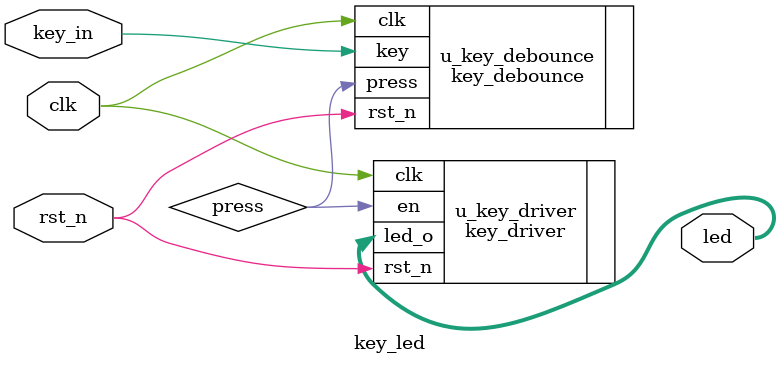
<source format=v>
`include "key_debounce.v"
`include "key_driver.v"

module key_led(
	input						clk			,		//系统时钟
	input 						rst_n		,		//复位 低电平有效
	
	input		wire			key_in		,		//顶层模块定义wire型
	output 		wire	[3:0]	led				//输出led信号
	);

	wire 		press		;						//定义一条线，连接按键按下标志信号

	//模块例化
	key_debounce u_key_debounce(
		.clk			(clk	),
		.rst_n			(rst_n	),
		.key			(key_in	),
		.press			(press	)			//按键按下标志
	);
	
	key_driver u_key_driver(
		.clk			(clk	),
		.rst_n			(rst_n	),
		.en				(press	),
		.led_o			(led	)
	);

endmodule


</source>
